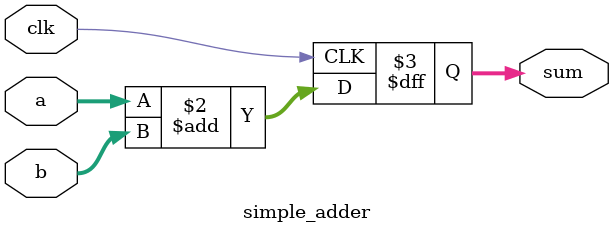
<source format=v>
`timescale 1ns/1ps

module simple_adder 
  #(                  // Use #( ) to declare parameters before I/O signals
    parameter W=2     // `parameter` keyword, name `W`, default value 2
    )
   (
    input                clk,
    input       [W-1:0]  a,
    input       [W-1:0]  b,
    output reg  [W:0]    sum
    );
   
   always @(posedge clk) begin  // Edge-sensitive timing with
      sum <= a + b;             // non-blocking assignment implies 
   end                          // DFF register, with one-cycle delay
   
endmodule // simple_adder

</source>
